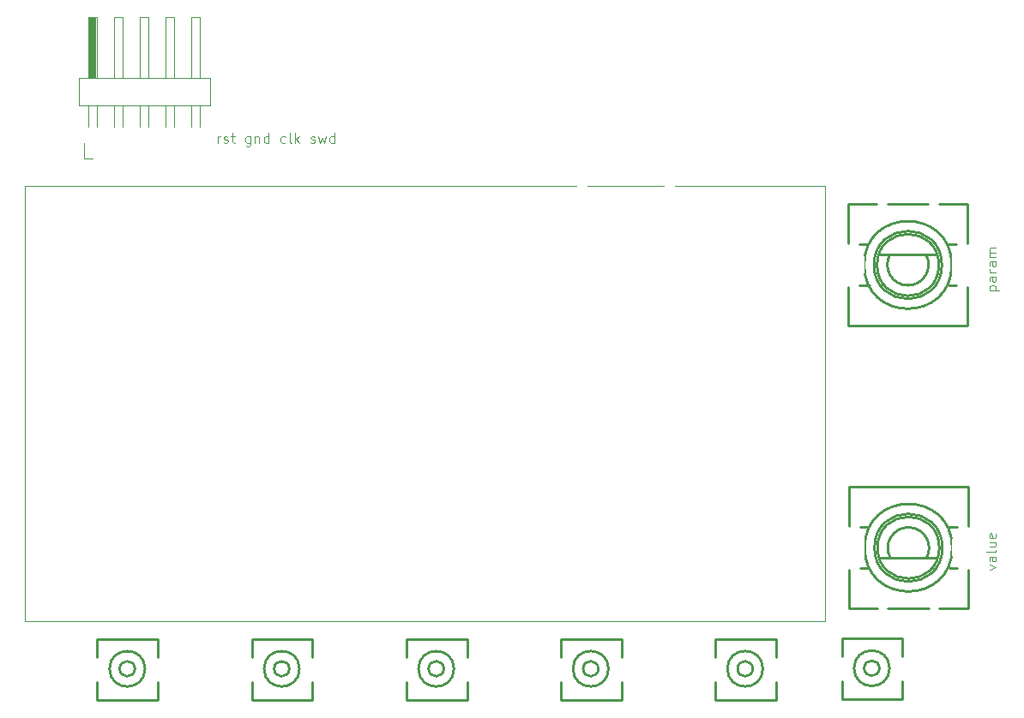
<source format=gbr>
%TF.GenerationSoftware,KiCad,Pcbnew,9.0.0*%
%TF.CreationDate,2025-04-11T20:43:28+08:00*%
%TF.ProjectId,wgr,7767722e-6b69-4636-9164-5f7063625858,rev?*%
%TF.SameCoordinates,Original*%
%TF.FileFunction,Legend,Top*%
%TF.FilePolarity,Positive*%
%FSLAX46Y46*%
G04 Gerber Fmt 4.6, Leading zero omitted, Abs format (unit mm)*
G04 Created by KiCad (PCBNEW 9.0.0) date 2025-04-11 20:43:28*
%MOMM*%
%LPD*%
G01*
G04 APERTURE LIST*
%ADD10C,0.100000*%
%ADD11C,0.254000*%
%ADD12C,0.120000*%
%ADD13R,0.760000X6.000000*%
%ADD14C,3.200000*%
%ADD15R,2.100000X2.000000*%
%ADD16O,2.300000X4.000000*%
%ADD17C,1.800000*%
%ADD18R,1.000000X2.500000*%
%ADD19C,0.650000*%
%ADD20O,1.000000X1.800000*%
%ADD21O,1.000000X2.100000*%
G04 APERTURE END LIST*
D10*
X152000000Y9400000D02*
X231000000Y9400000D01*
X231000000Y-33600000D01*
X152000000Y-33600000D01*
X152000000Y9400000D01*
X171053884Y13627580D02*
X171053884Y14294247D01*
X171053884Y14103771D02*
X171101503Y14199009D01*
X171101503Y14199009D02*
X171149122Y14246628D01*
X171149122Y14246628D02*
X171244360Y14294247D01*
X171244360Y14294247D02*
X171339598Y14294247D01*
X171625313Y13675200D02*
X171720551Y13627580D01*
X171720551Y13627580D02*
X171911027Y13627580D01*
X171911027Y13627580D02*
X172006265Y13675200D01*
X172006265Y13675200D02*
X172053884Y13770438D01*
X172053884Y13770438D02*
X172053884Y13818057D01*
X172053884Y13818057D02*
X172006265Y13913295D01*
X172006265Y13913295D02*
X171911027Y13960914D01*
X171911027Y13960914D02*
X171768170Y13960914D01*
X171768170Y13960914D02*
X171672932Y14008533D01*
X171672932Y14008533D02*
X171625313Y14103771D01*
X171625313Y14103771D02*
X171625313Y14151390D01*
X171625313Y14151390D02*
X171672932Y14246628D01*
X171672932Y14246628D02*
X171768170Y14294247D01*
X171768170Y14294247D02*
X171911027Y14294247D01*
X171911027Y14294247D02*
X172006265Y14246628D01*
X172339599Y14294247D02*
X172720551Y14294247D01*
X172482456Y14627580D02*
X172482456Y13770438D01*
X172482456Y13770438D02*
X172530075Y13675200D01*
X172530075Y13675200D02*
X172625313Y13627580D01*
X172625313Y13627580D02*
X172720551Y13627580D01*
X174244361Y14294247D02*
X174244361Y13484723D01*
X174244361Y13484723D02*
X174196742Y13389485D01*
X174196742Y13389485D02*
X174149123Y13341866D01*
X174149123Y13341866D02*
X174053885Y13294247D01*
X174053885Y13294247D02*
X173911028Y13294247D01*
X173911028Y13294247D02*
X173815790Y13341866D01*
X174244361Y13675200D02*
X174149123Y13627580D01*
X174149123Y13627580D02*
X173958647Y13627580D01*
X173958647Y13627580D02*
X173863409Y13675200D01*
X173863409Y13675200D02*
X173815790Y13722819D01*
X173815790Y13722819D02*
X173768171Y13818057D01*
X173768171Y13818057D02*
X173768171Y14103771D01*
X173768171Y14103771D02*
X173815790Y14199009D01*
X173815790Y14199009D02*
X173863409Y14246628D01*
X173863409Y14246628D02*
X173958647Y14294247D01*
X173958647Y14294247D02*
X174149123Y14294247D01*
X174149123Y14294247D02*
X174244361Y14246628D01*
X174720552Y14294247D02*
X174720552Y13627580D01*
X174720552Y14199009D02*
X174768171Y14246628D01*
X174768171Y14246628D02*
X174863409Y14294247D01*
X174863409Y14294247D02*
X175006266Y14294247D01*
X175006266Y14294247D02*
X175101504Y14246628D01*
X175101504Y14246628D02*
X175149123Y14151390D01*
X175149123Y14151390D02*
X175149123Y13627580D01*
X176053885Y13627580D02*
X176053885Y14627580D01*
X176053885Y13675200D02*
X175958647Y13627580D01*
X175958647Y13627580D02*
X175768171Y13627580D01*
X175768171Y13627580D02*
X175672933Y13675200D01*
X175672933Y13675200D02*
X175625314Y13722819D01*
X175625314Y13722819D02*
X175577695Y13818057D01*
X175577695Y13818057D02*
X175577695Y14103771D01*
X175577695Y14103771D02*
X175625314Y14199009D01*
X175625314Y14199009D02*
X175672933Y14246628D01*
X175672933Y14246628D02*
X175768171Y14294247D01*
X175768171Y14294247D02*
X175958647Y14294247D01*
X175958647Y14294247D02*
X176053885Y14246628D01*
X177720552Y13675200D02*
X177625314Y13627580D01*
X177625314Y13627580D02*
X177434838Y13627580D01*
X177434838Y13627580D02*
X177339600Y13675200D01*
X177339600Y13675200D02*
X177291981Y13722819D01*
X177291981Y13722819D02*
X177244362Y13818057D01*
X177244362Y13818057D02*
X177244362Y14103771D01*
X177244362Y14103771D02*
X177291981Y14199009D01*
X177291981Y14199009D02*
X177339600Y14246628D01*
X177339600Y14246628D02*
X177434838Y14294247D01*
X177434838Y14294247D02*
X177625314Y14294247D01*
X177625314Y14294247D02*
X177720552Y14246628D01*
X178291981Y13627580D02*
X178196743Y13675200D01*
X178196743Y13675200D02*
X178149124Y13770438D01*
X178149124Y13770438D02*
X178149124Y14627580D01*
X178672934Y13627580D02*
X178672934Y14627580D01*
X178768172Y14008533D02*
X179053886Y13627580D01*
X179053886Y14294247D02*
X178672934Y13913295D01*
X180196744Y13675200D02*
X180291982Y13627580D01*
X180291982Y13627580D02*
X180482458Y13627580D01*
X180482458Y13627580D02*
X180577696Y13675200D01*
X180577696Y13675200D02*
X180625315Y13770438D01*
X180625315Y13770438D02*
X180625315Y13818057D01*
X180625315Y13818057D02*
X180577696Y13913295D01*
X180577696Y13913295D02*
X180482458Y13960914D01*
X180482458Y13960914D02*
X180339601Y13960914D01*
X180339601Y13960914D02*
X180244363Y14008533D01*
X180244363Y14008533D02*
X180196744Y14103771D01*
X180196744Y14103771D02*
X180196744Y14151390D01*
X180196744Y14151390D02*
X180244363Y14246628D01*
X180244363Y14246628D02*
X180339601Y14294247D01*
X180339601Y14294247D02*
X180482458Y14294247D01*
X180482458Y14294247D02*
X180577696Y14246628D01*
X180958649Y14294247D02*
X181149125Y13627580D01*
X181149125Y13627580D02*
X181339601Y14103771D01*
X181339601Y14103771D02*
X181530077Y13627580D01*
X181530077Y13627580D02*
X181720553Y14294247D01*
X182530077Y13627580D02*
X182530077Y14627580D01*
X182530077Y13675200D02*
X182434839Y13627580D01*
X182434839Y13627580D02*
X182244363Y13627580D01*
X182244363Y13627580D02*
X182149125Y13675200D01*
X182149125Y13675200D02*
X182101506Y13722819D01*
X182101506Y13722819D02*
X182053887Y13818057D01*
X182053887Y13818057D02*
X182053887Y14103771D01*
X182053887Y14103771D02*
X182101506Y14199009D01*
X182101506Y14199009D02*
X182149125Y14246628D01*
X182149125Y14246628D02*
X182244363Y14294247D01*
X182244363Y14294247D02*
X182434839Y14294247D01*
X182434839Y14294247D02*
X182530077Y14246628D01*
X247205752Y-28541353D02*
X247872419Y-28303258D01*
X247872419Y-28303258D02*
X247205752Y-28065163D01*
X247872419Y-27255639D02*
X247348609Y-27255639D01*
X247348609Y-27255639D02*
X247253371Y-27303258D01*
X247253371Y-27303258D02*
X247205752Y-27398496D01*
X247205752Y-27398496D02*
X247205752Y-27588972D01*
X247205752Y-27588972D02*
X247253371Y-27684210D01*
X247824800Y-27255639D02*
X247872419Y-27350877D01*
X247872419Y-27350877D02*
X247872419Y-27588972D01*
X247872419Y-27588972D02*
X247824800Y-27684210D01*
X247824800Y-27684210D02*
X247729561Y-27731829D01*
X247729561Y-27731829D02*
X247634323Y-27731829D01*
X247634323Y-27731829D02*
X247539085Y-27684210D01*
X247539085Y-27684210D02*
X247491466Y-27588972D01*
X247491466Y-27588972D02*
X247491466Y-27350877D01*
X247491466Y-27350877D02*
X247443847Y-27255639D01*
X247872419Y-26636591D02*
X247824800Y-26731829D01*
X247824800Y-26731829D02*
X247729561Y-26779448D01*
X247729561Y-26779448D02*
X246872419Y-26779448D01*
X247205752Y-25827067D02*
X247872419Y-25827067D01*
X247205752Y-26255638D02*
X247729561Y-26255638D01*
X247729561Y-26255638D02*
X247824800Y-26208019D01*
X247824800Y-26208019D02*
X247872419Y-26112781D01*
X247872419Y-26112781D02*
X247872419Y-25969924D01*
X247872419Y-25969924D02*
X247824800Y-25874686D01*
X247824800Y-25874686D02*
X247777180Y-25827067D01*
X247824800Y-24969924D02*
X247872419Y-25065162D01*
X247872419Y-25065162D02*
X247872419Y-25255638D01*
X247872419Y-25255638D02*
X247824800Y-25350876D01*
X247824800Y-25350876D02*
X247729561Y-25398495D01*
X247729561Y-25398495D02*
X247348609Y-25398495D01*
X247348609Y-25398495D02*
X247253371Y-25350876D01*
X247253371Y-25350876D02*
X247205752Y-25255638D01*
X247205752Y-25255638D02*
X247205752Y-25065162D01*
X247205752Y-25065162D02*
X247253371Y-24969924D01*
X247253371Y-24969924D02*
X247348609Y-24922305D01*
X247348609Y-24922305D02*
X247443847Y-24922305D01*
X247443847Y-24922305D02*
X247539085Y-25398495D01*
X247205752Y-946115D02*
X248205752Y-946115D01*
X247253371Y-946115D02*
X247205752Y-850877D01*
X247205752Y-850877D02*
X247205752Y-660401D01*
X247205752Y-660401D02*
X247253371Y-565163D01*
X247253371Y-565163D02*
X247300990Y-517544D01*
X247300990Y-517544D02*
X247396228Y-469925D01*
X247396228Y-469925D02*
X247681942Y-469925D01*
X247681942Y-469925D02*
X247777180Y-517544D01*
X247777180Y-517544D02*
X247824800Y-565163D01*
X247824800Y-565163D02*
X247872419Y-660401D01*
X247872419Y-660401D02*
X247872419Y-850877D01*
X247872419Y-850877D02*
X247824800Y-946115D01*
X247872419Y387217D02*
X247348609Y387217D01*
X247348609Y387217D02*
X247253371Y339598D01*
X247253371Y339598D02*
X247205752Y244360D01*
X247205752Y244360D02*
X247205752Y53884D01*
X247205752Y53884D02*
X247253371Y-41353D01*
X247824800Y387217D02*
X247872419Y291979D01*
X247872419Y291979D02*
X247872419Y53884D01*
X247872419Y53884D02*
X247824800Y-41353D01*
X247824800Y-41353D02*
X247729561Y-88972D01*
X247729561Y-88972D02*
X247634323Y-88972D01*
X247634323Y-88972D02*
X247539085Y-41353D01*
X247539085Y-41353D02*
X247491466Y53884D01*
X247491466Y53884D02*
X247491466Y291979D01*
X247491466Y291979D02*
X247443847Y387217D01*
X247872419Y863408D02*
X247205752Y863408D01*
X247396228Y863408D02*
X247300990Y911027D01*
X247300990Y911027D02*
X247253371Y958646D01*
X247253371Y958646D02*
X247205752Y1053884D01*
X247205752Y1053884D02*
X247205752Y1149122D01*
X247872419Y1911027D02*
X247348609Y1911027D01*
X247348609Y1911027D02*
X247253371Y1863408D01*
X247253371Y1863408D02*
X247205752Y1768170D01*
X247205752Y1768170D02*
X247205752Y1577694D01*
X247205752Y1577694D02*
X247253371Y1482456D01*
X247824800Y1911027D02*
X247872419Y1815789D01*
X247872419Y1815789D02*
X247872419Y1577694D01*
X247872419Y1577694D02*
X247824800Y1482456D01*
X247824800Y1482456D02*
X247729561Y1434837D01*
X247729561Y1434837D02*
X247634323Y1434837D01*
X247634323Y1434837D02*
X247539085Y1482456D01*
X247539085Y1482456D02*
X247491466Y1577694D01*
X247491466Y1577694D02*
X247491466Y1815789D01*
X247491466Y1815789D02*
X247443847Y1911027D01*
X247872419Y2387218D02*
X247205752Y2387218D01*
X247300990Y2387218D02*
X247253371Y2434837D01*
X247253371Y2434837D02*
X247205752Y2530075D01*
X247205752Y2530075D02*
X247205752Y2672932D01*
X247205752Y2672932D02*
X247253371Y2768170D01*
X247253371Y2768170D02*
X247348609Y2815789D01*
X247348609Y2815789D02*
X247872419Y2815789D01*
X247348609Y2815789D02*
X247253371Y2863408D01*
X247253371Y2863408D02*
X247205752Y2958646D01*
X247205752Y2958646D02*
X247205752Y3101503D01*
X247205752Y3101503D02*
X247253371Y3196742D01*
X247253371Y3196742D02*
X247348609Y3244361D01*
X247348609Y3244361D02*
X247872419Y3244361D01*
D11*
%TO.C,SW6*%
X232650000Y-35327000D02*
X232650000Y-37096000D01*
X232650000Y-39558000D02*
X232650000Y-41327000D01*
X232650000Y-41327000D02*
X238650000Y-41327000D01*
X238650000Y-35327000D02*
X232650000Y-35327000D01*
X238650000Y-37096000D02*
X238650000Y-35327000D01*
X238650000Y-41327000D02*
X238650000Y-39558000D01*
X236355000Y-38278500D02*
G75*
G02*
X234857000Y-38278500I-749000J0D01*
G01*
X234857000Y-38278500D02*
G75*
G02*
X236355000Y-38278500I749000J0D01*
G01*
X237356000Y-38278500D02*
G75*
G02*
X233856000Y-38278500I-1750000J0D01*
G01*
X233856000Y-38278500D02*
G75*
G02*
X237356000Y-38278500I1750000J0D01*
G01*
%TO.C,SW9*%
X233275500Y7570000D02*
X233275500Y3742000D01*
X233275500Y7570000D02*
X233275500Y3742000D01*
X233275500Y7570000D02*
X236109500Y7570000D01*
X233275500Y-601500D02*
X233275500Y-4430000D01*
X233275500Y-601500D02*
X233275500Y-4430000D01*
X234387500Y-462000D02*
X235365500Y-462000D01*
X235124000Y3602000D02*
X234387500Y3602000D01*
X236381500Y2586000D02*
X241969500Y2586000D01*
X237161000Y7570000D02*
X241189500Y7570000D01*
X242241000Y7570000D02*
X245075500Y7570000D01*
X243963500Y3602000D02*
X243150500Y3602000D01*
X243963500Y-462000D02*
X243150500Y-462000D01*
X245075500Y3742000D02*
X245075500Y7570000D01*
X245075500Y-4430000D02*
X233275500Y-4430000D01*
X245075500Y-4430000D02*
X245075500Y-602000D01*
X240953500Y2586000D02*
G75*
G02*
X237397500Y2586000I-1778000J-994000D01*
G01*
X242223500Y1570000D02*
G75*
G02*
X236127500Y1570000I-3048000J0D01*
G01*
X236127500Y1570000D02*
G75*
G02*
X242223500Y1570000I3048000J0D01*
G01*
X242528000Y1570000D02*
G75*
G02*
X235823000Y1570000I-3352500J0D01*
G01*
X235823000Y1570000D02*
G75*
G02*
X242528000Y1570000I3352500J0D01*
G01*
X243500500Y1570000D02*
G75*
G02*
X234850500Y1570000I-4325000J0D01*
G01*
X234850500Y1570000D02*
G75*
G02*
X243500500Y1570000I4325000J0D01*
G01*
D12*
%TO.C,J2*%
X157310000Y20045000D02*
X170250000Y20045000D01*
X157310000Y17305000D02*
X157310000Y20045000D01*
X157880000Y12055000D02*
X157880000Y13625000D01*
X158260000Y26045000D02*
X159140000Y26045000D01*
X158260000Y20045000D02*
X158260000Y26045000D01*
X158260000Y15195000D02*
X158260000Y17305000D01*
X158700000Y12055000D02*
X157880000Y12055000D01*
X159140000Y26045000D02*
X159140000Y20045000D01*
X159140000Y15195000D02*
X159140000Y17305000D01*
X160800000Y26045000D02*
X161680000Y26045000D01*
X160800000Y20045000D02*
X160800000Y26045000D01*
X160800000Y15195000D02*
X160800000Y17305000D01*
X161680000Y26045000D02*
X161680000Y20045000D01*
X161680000Y15195000D02*
X161680000Y17305000D01*
X163340000Y26045000D02*
X164220000Y26045000D01*
X163340000Y20045000D02*
X163340000Y26045000D01*
X163340000Y15195000D02*
X163340000Y17305000D01*
X164220000Y26045000D02*
X164220000Y20045000D01*
X164220000Y15195000D02*
X164220000Y17305000D01*
X165880000Y26045000D02*
X166760000Y26045000D01*
X165880000Y20045000D02*
X165880000Y26045000D01*
X165880000Y15195000D02*
X165880000Y17305000D01*
X166760000Y26045000D02*
X166760000Y20045000D01*
X166760000Y15195000D02*
X166760000Y17305000D01*
X168420000Y26045000D02*
X169300000Y26045000D01*
X168420000Y20045000D02*
X168420000Y26045000D01*
X168420000Y15195000D02*
X168420000Y17305000D01*
X169300000Y26045000D02*
X169300000Y20045000D01*
X169300000Y15195000D02*
X169300000Y17305000D01*
X170250000Y20045000D02*
X170250000Y17305000D01*
X170250000Y17305000D02*
X157310000Y17305000D01*
D11*
%TO.C,SW1*%
X159150000Y-35381000D02*
X159150000Y-37150000D01*
X159150000Y-39612000D02*
X159150000Y-41381000D01*
X159150000Y-41381000D02*
X165150000Y-41381000D01*
X165150000Y-35381000D02*
X159150000Y-35381000D01*
X165150000Y-37150000D02*
X165150000Y-35381000D01*
X165150000Y-41381000D02*
X165150000Y-39612000D01*
X162855000Y-38332500D02*
G75*
G02*
X161357000Y-38332500I-749000J0D01*
G01*
X161357000Y-38332500D02*
G75*
G02*
X162855000Y-38332500I749000J0D01*
G01*
X163856000Y-38332500D02*
G75*
G02*
X160356000Y-38332500I-1750000J0D01*
G01*
X160356000Y-38332500D02*
G75*
G02*
X163856000Y-38332500I1750000J0D01*
G01*
%TO.C,SW2*%
X174400000Y-35381000D02*
X174400000Y-37150000D01*
X174400000Y-39612000D02*
X174400000Y-41381000D01*
X174400000Y-41381000D02*
X180400000Y-41381000D01*
X180400000Y-35381000D02*
X174400000Y-35381000D01*
X180400000Y-37150000D02*
X180400000Y-35381000D01*
X180400000Y-41381000D02*
X180400000Y-39612000D01*
X178105000Y-38332500D02*
G75*
G02*
X176607000Y-38332500I-749000J0D01*
G01*
X176607000Y-38332500D02*
G75*
G02*
X178105000Y-38332500I749000J0D01*
G01*
X179106000Y-38332500D02*
G75*
G02*
X175606000Y-38332500I-1750000J0D01*
G01*
X175606000Y-38332500D02*
G75*
G02*
X179106000Y-38332500I1750000J0D01*
G01*
%TO.C,SW3*%
X189650000Y-35381000D02*
X189650000Y-37150000D01*
X189650000Y-39612000D02*
X189650000Y-41381000D01*
X189650000Y-41381000D02*
X195650000Y-41381000D01*
X195650000Y-35381000D02*
X189650000Y-35381000D01*
X195650000Y-37150000D02*
X195650000Y-35381000D01*
X195650000Y-41381000D02*
X195650000Y-39612000D01*
X193355000Y-38332500D02*
G75*
G02*
X191857000Y-38332500I-749000J0D01*
G01*
X191857000Y-38332500D02*
G75*
G02*
X193355000Y-38332500I749000J0D01*
G01*
X194356000Y-38332500D02*
G75*
G02*
X190856000Y-38332500I-1750000J0D01*
G01*
X190856000Y-38332500D02*
G75*
G02*
X194356000Y-38332500I1750000J0D01*
G01*
%TO.C,SW10*%
X233324500Y-20370000D02*
X233324500Y-24198000D01*
X233324500Y-20370000D02*
X245124500Y-20370000D01*
X233324500Y-28542000D02*
X233324500Y-32370000D01*
X234436500Y-24338000D02*
X235249500Y-24338000D01*
X234436500Y-28402000D02*
X235249500Y-28402000D01*
X236159000Y-32370000D02*
X233324500Y-32370000D01*
X241239000Y-32370000D02*
X237210500Y-32370000D01*
X242018500Y-27386000D02*
X236430500Y-27386000D01*
X243276000Y-28402000D02*
X244012500Y-28402000D01*
X244012500Y-24338000D02*
X243034500Y-24338000D01*
X245124500Y-24198500D02*
X245124500Y-20370000D01*
X245124500Y-24198500D02*
X245124500Y-20370000D01*
X245124500Y-32370000D02*
X242290500Y-32370000D01*
X245124500Y-32370000D02*
X245124500Y-28542000D01*
X245124500Y-32370000D02*
X245124500Y-28542000D01*
X237446500Y-27386000D02*
G75*
G02*
X241002500Y-27386000I1778000J994000D01*
G01*
X243549500Y-26370000D02*
G75*
G02*
X234899500Y-26370000I-4325000J0D01*
G01*
X234899500Y-26370000D02*
G75*
G02*
X243549500Y-26370000I4325000J0D01*
G01*
X242577000Y-26370000D02*
G75*
G02*
X235872000Y-26370000I-3352500J0D01*
G01*
X235872000Y-26370000D02*
G75*
G02*
X242577000Y-26370000I3352500J0D01*
G01*
X242272500Y-26370000D02*
G75*
G02*
X236176500Y-26370000I-3048000J0D01*
G01*
X236176500Y-26370000D02*
G75*
G02*
X242272500Y-26370000I3048000J0D01*
G01*
%TO.C,SW5*%
X220150000Y-35381000D02*
X220150000Y-37150000D01*
X220150000Y-39612000D02*
X220150000Y-41381000D01*
X220150000Y-41381000D02*
X226150000Y-41381000D01*
X226150000Y-35381000D02*
X220150000Y-35381000D01*
X226150000Y-37150000D02*
X226150000Y-35381000D01*
X226150000Y-41381000D02*
X226150000Y-39612000D01*
X223855000Y-38332500D02*
G75*
G02*
X222357000Y-38332500I-749000J0D01*
G01*
X222357000Y-38332500D02*
G75*
G02*
X223855000Y-38332500I749000J0D01*
G01*
X224856000Y-38332500D02*
G75*
G02*
X221356000Y-38332500I-1750000J0D01*
G01*
X221356000Y-38332500D02*
G75*
G02*
X224856000Y-38332500I1750000J0D01*
G01*
%TO.C,SW4*%
X204900000Y-35381000D02*
X204900000Y-37150000D01*
X204900000Y-39612000D02*
X204900000Y-41381000D01*
X204900000Y-41381000D02*
X210900000Y-41381000D01*
X210900000Y-35381000D02*
X204900000Y-35381000D01*
X210900000Y-37150000D02*
X210900000Y-35381000D01*
X210900000Y-41381000D02*
X210900000Y-39612000D01*
X208605000Y-38332500D02*
G75*
G02*
X207107000Y-38332500I-749000J0D01*
G01*
X207107000Y-38332500D02*
G75*
G02*
X208605000Y-38332500I749000J0D01*
G01*
X209606000Y-38332500D02*
G75*
G02*
X206106000Y-38332500I-1750000J0D01*
G01*
X206106000Y-38332500D02*
G75*
G02*
X209606000Y-38332500I1750000J0D01*
G01*
%TD*%
D13*
%TO.C,J2*%
X158700000Y23045000D03*
%TD*%
%LPC*%
D14*
%TO.C,H2*%
X246475000Y13575000D03*
%TD*%
D15*
%TO.C,SW6*%
X232650000Y-38327000D03*
X238650000Y-38327000D03*
%TD*%
D16*
%TO.C,SW9*%
X244675500Y1570000D03*
X233675500Y1570000D03*
D17*
X236635500Y-5930000D03*
X241715500Y-5930000D03*
X239175500Y-5930000D03*
X236635500Y8570000D03*
X241715500Y8570000D03*
%TD*%
D18*
%TO.C,J2*%
X158700000Y13625000D03*
X161240000Y13625000D03*
X163780000Y13625000D03*
X166320000Y13625000D03*
X168860000Y13625000D03*
%TD*%
D14*
%TO.C,H4*%
X153475000Y-39325000D03*
%TD*%
D15*
%TO.C,SW1*%
X159150000Y-38381000D03*
X165150000Y-38381000D03*
%TD*%
%TO.C,SW2*%
X174400000Y-38381000D03*
X180400000Y-38381000D03*
%TD*%
%TO.C,SW3*%
X189650000Y-38381000D03*
X195650000Y-38381000D03*
%TD*%
D16*
%TO.C,SW10*%
X233724500Y-26370000D03*
X244724500Y-26370000D03*
D17*
X241764500Y-18870000D03*
X236684500Y-18870000D03*
X239224500Y-18870000D03*
X241764500Y-33370000D03*
X236684500Y-33370000D03*
%TD*%
D15*
%TO.C,SW5*%
X220150000Y-38381000D03*
X226150000Y-38381000D03*
%TD*%
D14*
%TO.C,H3*%
X153475000Y13625000D03*
%TD*%
D15*
%TO.C,SW4*%
X204900000Y-38381000D03*
X210900000Y-38381000D03*
%TD*%
D14*
%TO.C,H1*%
X246475000Y-39275000D03*
%TD*%
D19*
%TO.C,J1*%
X208455000Y10270000D03*
X214235000Y10270000D03*
D20*
X207025000Y13950000D03*
D21*
X207025000Y9750000D03*
D20*
X215665000Y13950000D03*
D21*
X215665000Y9750000D03*
%TD*%
%LPD*%
M02*

</source>
